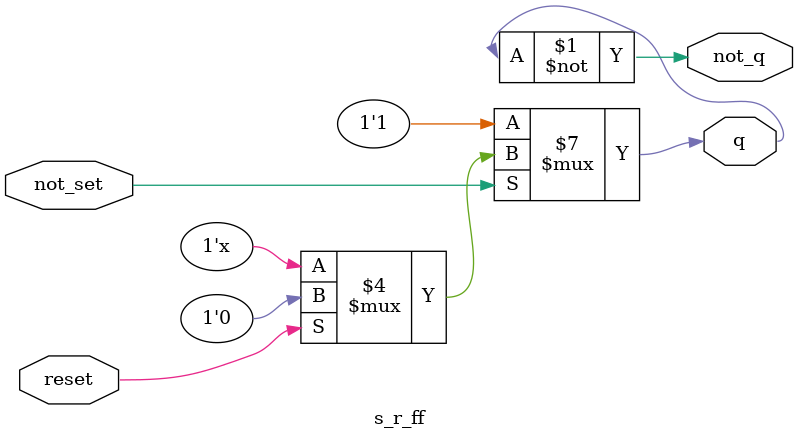
<source format=v>
module s_r_ff (not_set, reset, q, not_q);
input not_set, reset;
output q, not_q;
assign not_q = ~q;
reg q;
always @ (not_set or reset)
begin
if (~not_set)
q <= 1'b1;
else if (reset)
q <= 1'b0;
end
endmodule
</source>
